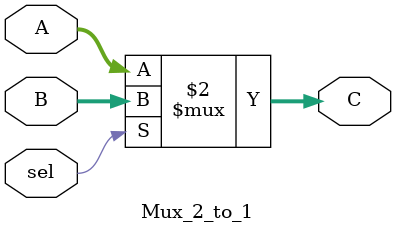
<source format=v>
`timescale 1ns / 1ps

module Mux_2_to_1(
    input wire sel,
    input wire [31:0] A, B,
    output wire [31:0] C
    );

    assign C = (sel == 1'b0) ? A : B;
endmodule

</source>
